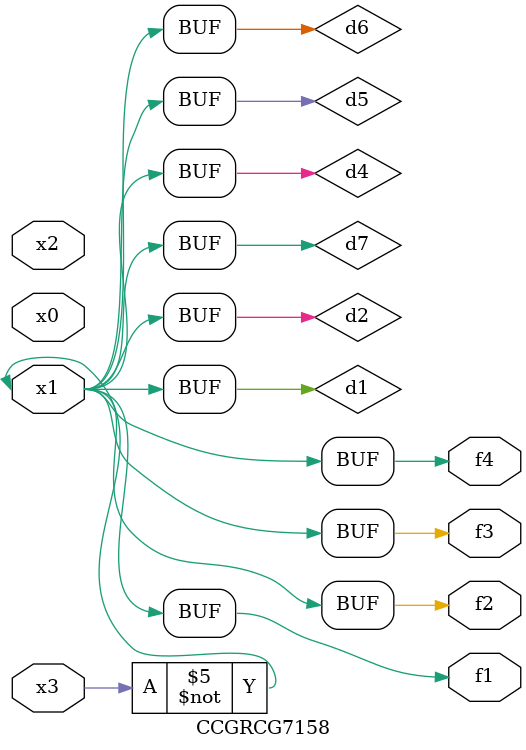
<source format=v>
module CCGRCG7158(
	input x0, x1, x2, x3,
	output f1, f2, f3, f4
);

	wire d1, d2, d3, d4, d5, d6, d7;

	not (d1, x3);
	buf (d2, x1);
	xnor (d3, d1, d2);
	nor (d4, d1);
	buf (d5, d1, d2);
	buf (d6, d4, d5);
	nand (d7, d4);
	assign f1 = d6;
	assign f2 = d7;
	assign f3 = d6;
	assign f4 = d6;
endmodule

</source>
